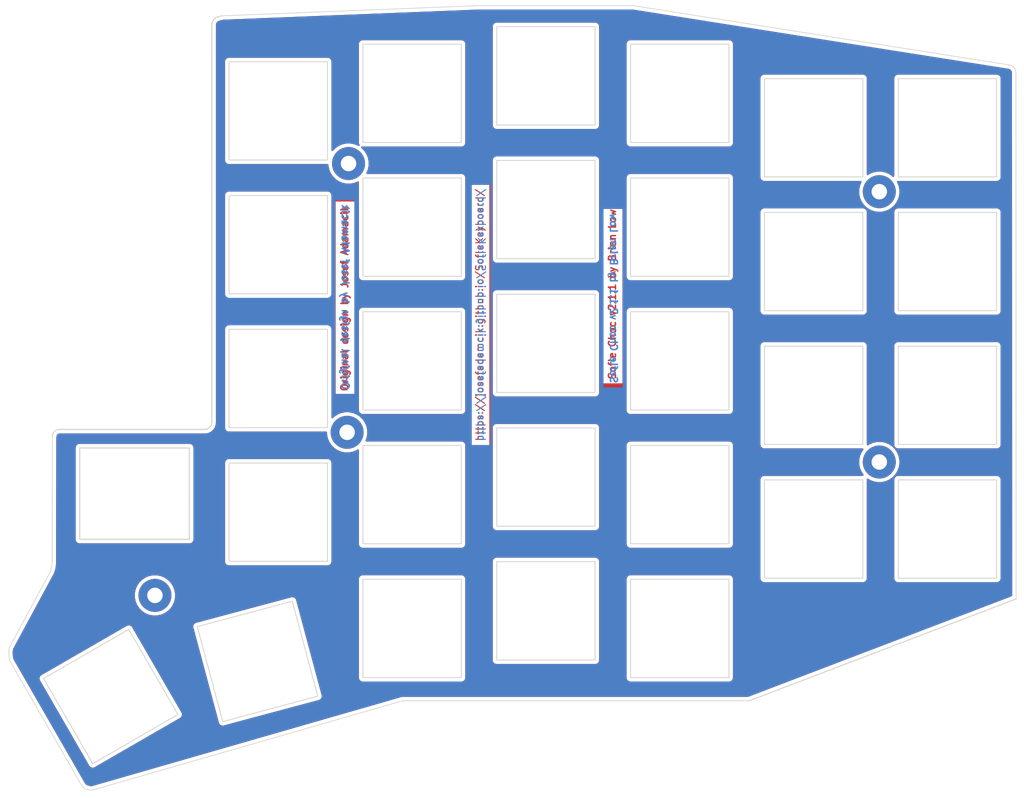
<source format=kicad_pcb>
(kicad_pcb (version 20240108) (generator "pcbnew") (generator_version "8.0")
  (layers (0 "F.Cu" signal) (31 "B.Cu" signal) (34 "B.Paste" user) (35 "F.Paste" user) (36 "B.SilkS" user "B.Silkscreen") (37 "F.SilkS" user "F.Silkscreen") (38 "B.Mask" user) (39 "F.Mask" user) (44 "Edge.Cuts" user))
  (net 0 "")
  (footprint "SofleKeyboard-footprint:HOLE_M2_TH" (layer "F.Cu") (at 207.22 63.22)
    (property "Reference" "TH4" (hide yes))
    (property "Value" "HOLE" (hide yes))
    (pad "" thru_hole circle (at -0.225 -0.275 90) (size 4.7 4.7) (drill 2.2) (layers "*.Cu" "*.Mask" "Dwgs.User") (clearance 0.3))
  )
  (footprint "SofleKeyboard-footprint:HOLE_M2_TH" (layer "F.Cu") (at 131.4278 59.0114)
    (property "Reference" "TH3" (hide yes))
    (property "Value" "HOLE" (hide yes))
    (pad "" thru_hole circle (at 0.025 -0.075 90) (size 4.7 4.7) (drill 2.2) (layers "*.Cu" "*.Mask" "Dwgs.User") (clearance 0.3))
  )
  (footprint "SofleKeyboard-footprint:HOLE_M2_TH" (layer "F.Cu") (at 207.17 101.47)
    (property "Reference" "TH6" (hide yes))
    (property "Value" "HOLE" (hide yes))
    (pad "" thru_hole circle (at -0.175 -0.025 90) (size 4.7 4.7) (drill 2.2) (layers "*.Cu" "*.Mask" "Dwgs.User") (clearance 0.3))
  )
  (footprint "SofleKeyboard-footprint:HOLE_M2_TH" (layer "F.Cu") (at 131.2778 97.2914)
    (property "Reference" "TH5" (hide yes))
    (property "Value" "HOLE" (hide yes))
    (pad "" thru_hole circle (at -0.025 -0.075 90) (size 4.7 4.7) (drill 2.2) (layers "*.Cu" "*.Mask" "Dwgs.User") (clearance 0.3))
  )
  (footprint "SofleKeyboard-footprint:HOLE_M2_TH" (layer "F.Cu") (at 103.8978 120.4414 90)
    (property "Reference" "TH7" (hide yes))
    (property "Value" "HOLE" (hide yes))
    (pad "" thru_hole circle (at 0 0 180) (size 4.7 4.7) (drill 2.2) (layers "*.Cu" "*.Mask" "Dwgs.User") (clearance 0.3))
  )
  (footprint "SofleChocTop:SW_Hole" (layer "F.Cu") (at 216.6978 53.8414)
    (property "Reference" "SW2" (hide yes))
    (property "Value" "KEY_SWITCH" (hide yes))
    (fp_line (start -7 -7) (end -7 7) (stroke (width 0.12)) (layer "Edge.Cuts"))
    (fp_line (start -7 7) (end 7 7) (stroke (width 0.12)) (layer "Edge.Cuts"))
    (fp_line (start 7 -7) (end -7 -7) (stroke (width 0.12)) (layer "Edge.Cuts"))
    (fp_line (start 7 7) (end 7 -7) (stroke (width 0.12)) (layer "Edge.Cuts"))
  )
  (footprint "SofleChocTop:SW_Hole" (layer "F.Cu") (at 197.6478 53.8414)
    (property "Reference" "SW2" (hide yes))
    (property "Value" "KEY_SWITCH" (hide yes))
    (fp_line (start -7 -7) (end -7 7) (stroke (width 0.12)) (layer "Edge.Cuts"))
    (fp_line (start -7 7) (end 7 7) (stroke (width 0.12)) (layer "Edge.Cuts"))
    (fp_line (start 7 -7) (end -7 -7) (stroke (width 0.12)) (layer "Edge.Cuts"))
    (fp_line (start 7 7) (end 7 -7) (stroke (width 0.12)) (layer "Edge.Cuts"))
  )
  (footprint "SofleChocTop:SW_Hole" (layer "F.Cu") (at 197.6478 72.8914)
    (property "Reference" "SW2" (hide yes))
    (property "Value" "KEY_SWITCH" (hide yes))
    (fp_line (start -7 -7) (end -7 7) (stroke (width 0.12)) (layer "Edge.Cuts"))
    (fp_line (start -7 7) (end 7 7) (stroke (width 0.12)) (layer "Edge.Cuts"))
    (fp_line (start 7 -7) (end -7 -7) (stroke (width 0.12)) (layer "Edge.Cuts"))
    (fp_line (start 7 7) (end 7 -7) (stroke (width 0.12)) (layer "Edge.Cuts"))
  )
  (footprint "SofleChocTop:SW_Hole" (layer "F.Cu") (at 216.6978 72.8914)
    (property "Reference" "SW2" (hide yes))
    (property "Value" "KEY_SWITCH" (hide yes))
    (fp_line (start -7 -7) (end -7 7) (stroke (width 0.12)) (layer "Edge.Cuts"))
    (fp_line (start -7 7) (end 7 7) (stroke (width 0.12)) (layer "Edge.Cuts"))
    (fp_line (start 7 -7) (end -7 -7) (stroke (width 0.12)) (layer "Edge.Cuts"))
    (fp_line (start 7 7) (end 7 -7) (stroke (width 0.12)) (layer "Edge.Cuts"))
  )
  (footprint "SofleChocTop:SW_Hole" (layer "F.Cu") (at 197.6478 91.9414)
    (property "Reference" "SW2" (hide yes))
    (property "Value" "KEY_SWITCH" (hide yes))
    (fp_line (start -7 -7) (end -7 7) (stroke (width 0.12)) (layer "Edge.Cuts"))
    (fp_line (start -7 7) (end 7 7) (stroke (width 0.12)) (layer "Edge.Cuts"))
    (fp_line (start 7 -7) (end -7 -7) (stroke (width 0.12)) (layer "Edge.Cuts"))
    (fp_line (start 7 7) (end 7 -7) (stroke (width 0.12)) (layer "Edge.Cuts"))
  )
  (footprint "SofleChocTop:SW_Hole" (layer "F.Cu") (at 216.6978 91.9414)
    (property "Reference" "SW2" (hide yes))
    (property "Value" "KEY_SWITCH" (hide yes))
    (fp_line (start -7 -7) (end -7 7) (stroke (width 0.12)) (layer "Edge.Cuts"))
    (fp_line (start -7 7) (end 7 7) (stroke (width 0.12)) (layer "Edge.Cuts"))
    (fp_line (start 7 -7) (end -7 -7) (stroke (width 0.12)) (layer "Edge.Cuts"))
    (fp_line (start 7 7) (end 7 -7) (stroke (width 0.12)) (layer "Edge.Cuts"))
  )
  (footprint "SofleChocTop:SW_Hole" (layer "F.Cu") (at 197.6478 110.9914)
    (property "Reference" "SW2" (hide yes))
    (property "Value" "KEY_SWITCH" (hide yes))
    (fp_line (start -7 -7) (end -7 7) (stroke (width 0.12)) (layer "Edge.Cuts"))
    (fp_line (start -7 7) (end 7 7) (stroke (width 0.12)) (layer "Edge.Cuts"))
    (fp_line (start 7 -7) (end -7 -7) (stroke (width 0.12)) (layer "Edge.Cuts"))
    (fp_line (start 7 7) (end 7 -7) (stroke (width 0.12)) (layer "Edge.Cuts"))
  )
  (footprint "SofleChocTop:SW_Hole" (layer "F.Cu") (at 178.5978 48.9414)
    (property "Reference" "SW2" (hide yes))
    (property "Value" "KEY_SWITCH" (hide yes))
    (fp_line (start -7 -7) (end -7 7) (stroke (width 0.12)) (layer "Edge.Cuts"))
    (fp_line (start -7 7) (end 7 7) (stroke (width 0.12)) (layer "Edge.Cuts"))
    (fp_line (start 7 -7) (end -7 -7) (stroke (width 0.12)) (layer "Edge.Cuts"))
    (fp_line (start 7 7) (end 7 -7) (stroke (width 0.12)) (layer "Edge.Cuts"))
  )
  (footprint "SofleChocTop:SW_Hole" (layer "F.Cu") (at 178.5978 67.9914)
    (property "Reference" "SW2" (hide yes))
    (property "Value" "KEY_SWITCH" (hide yes))
    (fp_line (start -7 -7) (end -7 7) (stroke (width 0.12)) (layer "Edge.Cuts"))
    (fp_line (start -7 7) (end 7 7) (stroke (width 0.12)) (layer "Edge.Cuts"))
    (fp_line (start 7 -7) (end -7 -7) (stroke (width 0.12)) (layer "Edge.Cuts"))
    (fp_line (start 7 7) (end 7 -7) (stroke (width 0.12)) (layer "Edge.Cuts"))
  )
  (footprint "SofleChocTop:SW_Hole" (layer "F.Cu") (at 178.5978 87.0414)
    (property "Reference" "SW2" (hide yes))
    (property "Value" "KEY_SWITCH" (hide yes))
    (fp_line (start -7 -7) (end -7 7) (stroke (width 0.12)) (layer "Edge.Cuts"))
    (fp_line (start -7 7) (end 7 7) (stroke (width 0.12)) (layer "Edge.Cuts"))
    (fp_line (start 7 -7) (end -7 -7) (stroke (width 0.12)) (layer "Edge.Cuts"))
    (fp_line (start 7 7) (end 7 -7) (stroke (width 0.12)) (layer "Edge.Cuts"))
  )
  (footprint "SofleChocTop:SW_Hole" (layer "F.Cu") (at 178.5978 106.0914)
    (property "Reference" "SW2" (hide yes))
    (property "Value" "KEY_SWITCH" (hide yes))
    (fp_line (start -7 -7) (end -7 7) (stroke (width 0.12)) (layer "Edge.Cuts"))
    (fp_line (start -7 7) (end 7 7) (stroke (width 0.12)) (layer "Edge.Cuts"))
    (fp_line (start 7 -7) (end -7 -7) (stroke (width 0.12)) (layer "Edge.Cuts"))
    (fp_line (start 7 7) (end 7 -7) (stroke (width 0.12)) (layer "Edge.Cuts"))
  )
  (footprint "SofleChocTop:SW_Hole" (layer "F.Cu") (at 178.5978 125.1414)
    (property "Reference" "SW2" (hide yes))
    (property "Value" "KEY_SWITCH" (hide yes))
    (fp_line (start -7 -7) (end -7 7) (stroke (width 0.12)) (layer "Edge.Cuts"))
    (fp_line (start -7 7) (end 7 7) (stroke (width 0.12)) (layer "Edge.Cuts"))
    (fp_line (start 7 -7) (end -7 -7) (stroke (width 0.12)) (layer "Edge.Cuts"))
    (fp_line (start 7 7) (end 7 -7) (stroke (width 0.12)) (layer "Edge.Cuts"))
  )
  (footprint "SofleChocTop:SW_Hole" (layer "F.Cu") (at 159.5478 46.4414)
    (property "Reference" "SW2" (hide yes))
    (property "Value" "KEY_SWITCH" (hide yes))
    (fp_line (start -7 -7) (end -7 7) (stroke (width 0.12)) (layer "Edge.Cuts"))
    (fp_line (start -7 7) (end 7 7) (stroke (width 0.12)) (layer "Edge.Cuts"))
    (fp_line (start 7 -7) (end -7 -7) (stroke (width 0.12)) (layer "Edge.Cuts"))
    (fp_line (start 7 7) (end 7 -7) (stroke (width 0.12)) (layer "Edge.Cuts"))
  )
  (footprint "SofleChocTop:SW_Hole" (layer "F.Cu") (at 159.5478 65.4914)
    (property "Reference" "SW2" (hide yes))
    (property "Value" "KEY_SWITCH" (hide yes))
    (fp_line (start -7 -7) (end -7 7) (stroke (width 0.12)) (layer "Edge.Cuts"))
    (fp_line (start -7 7) (end 7 7) (stroke (width 0.12)) (layer "Edge.Cuts"))
    (fp_line (start 7 -7) (end -7 -7) (stroke (width 0.12)) (layer "Edge.Cuts"))
    (fp_line (start 7 7) (end 7 -7) (stroke (width 0.12)) (layer "Edge.Cuts"))
  )
  (footprint "SofleChocTop:SW_Hole" (layer "F.Cu") (at 159.5478 84.5414)
    (property "Reference" "SW2" (hide yes))
    (property "Value" "KEY_SWITCH" (hide yes))
    (fp_line (start -7 -7) (end -7 7) (stroke (width 0.12)) (layer "Edge.Cuts"))
    (fp_line (start -7 7) (end 7 7) (stroke (width 0.12)) (layer "Edge.Cuts"))
    (fp_line (start 7 -7) (end -7 -7) (stroke (width 0.12)) (layer "Edge.Cuts"))
    (fp_line (start 7 7) (end 7 -7) (stroke (width 0.12)) (layer "Edge.Cuts"))
  )
  (footprint "SofleChocTop:SW_Hole" (layer "F.Cu") (at 159.5478 103.5914)
    (property "Reference" "SW2" (hide yes))
    (property "Value" "KEY_SWITCH" (hide yes))
    (fp_line (start -7 -7) (end -7 7) (stroke (width 0.12)) (layer "Edge.Cuts"))
    (fp_line (start -7 7) (end 7 7) (stroke (width 0.12)) (layer "Edge.Cuts"))
    (fp_line (start 7 -7) (end -7 -7) (stroke (width 0.12)) (layer "Edge.Cuts"))
    (fp_line (start 7 7) (end 7 -7) (stroke (width 0.12)) (layer "Edge.Cuts"))
  )
  (footprint "SofleChocTop:SW_Hole" (layer "F.Cu") (at 159.5478 122.6414)
    (property "Reference" "SW2" (hide yes))
    (property "Value" "KEY_SWITCH" (hide yes))
    (fp_line (start -7 -7) (end -7 7) (stroke (width 0.12)) (layer "Edge.Cuts"))
    (fp_line (start -7 7) (end 7 7) (stroke (width 0.12)) (layer "Edge.Cuts"))
    (fp_line (start 7 -7) (end -7 -7) (stroke (width 0.12)) (layer "Edge.Cuts"))
    (fp_line (start 7 7) (end 7 -7) (stroke (width 0.12)) (layer "Edge.Cuts"))
  )
  (footprint "SofleChocTop:SW_Hole" (layer "F.Cu") (at 140.4978 48.9414)
    (property "Reference" "SW2" (hide yes))
    (property "Value" "KEY_SWITCH" (hide yes))
    (fp_line (start -7 -7) (end -7 7) (stroke (width 0.12)) (layer "Edge.Cuts"))
    (fp_line (start -7 7) (end 7 7) (stroke (width 0.12)) (layer "Edge.Cuts"))
    (fp_line (start 7 -7) (end -7 -7) (stroke (width 0.12)) (layer "Edge.Cuts"))
    (fp_line (start 7 7) (end 7 -7) (stroke (width 0.12)) (layer "Edge.Cuts"))
  )
  (footprint "SofleChocTop:SW_Hole" (layer "F.Cu") (at 140.4978 67.9914)
    (property "Reference" "SW2" (hide yes))
    (property "Value" "KEY_SWITCH" (hide yes))
    (fp_line (start -7 -7) (end -7 7) (stroke (width 0.12)) (layer "Edge.Cuts"))
    (fp_line (start -7 7) (end 7 7) (stroke (width 0.12)) (layer "Edge.Cuts"))
    (fp_line (start 7 -7) (end -7 -7) (stroke (width 0.12)) (layer "Edge.Cuts"))
    (fp_line (start 7 7) (end 7 -7) (stroke (width 0.12)) (layer "Edge.Cuts"))
  )
  (footprint "SofleChocTop:SW_Hole" (layer "F.Cu") (at 140.4978 87.0414)
    (property "Reference" "SW2" (hide yes))
    (property "Value" "KEY_SWITCH" (hide yes))
    (fp_line (start -7 -7) (end -7 7) (stroke (width 0.12)) (layer "Edge.Cuts"))
    (fp_line (start -7 7) (end 7 7) (stroke (width 0.12)) (layer "Edge.Cuts"))
    (fp_line (start 7 -7) (end -7 -7) (stroke (width 0.12)) (layer "Edge.Cuts"))
    (fp_line (start 7 7) (end 7 -7) (stroke (width 0.12)) (layer "Edge.Cuts"))
  )
  (footprint "SofleChocTop:SW_Hole" (layer "F.Cu") (at 140.4978 106.0914)
    (property "Reference" "SW2" (hide yes))
    (property "Value" "KEY_SWITCH" (hide yes))
    (fp_line (start -7 -7) (end -7 7) (stroke (width 0.12)) (layer "Edge.Cuts"))
    (fp_line (start -7 7) (end 7 7) (stroke (width 0.12)) (layer "Edge.Cuts"))
    (fp_line (start 7 -7) (end -7 -7) (stroke (width 0.12)) (layer "Edge.Cuts"))
    (fp_line (start 7 7) (end 7 -7) (stroke (width 0.12)) (layer "Edge.Cuts"))
  )
  (footprint "SofleChocTop:SW_Hole" (layer "F.Cu") (at 140.4978 125.1414)
    (property "Reference" "SW2" (hide yes))
    (property "Value" "KEY_SWITCH" (hide yes))
    (fp_line (start -7 -7) (end -7 7) (stroke (width 0.12)) (layer "Edge.Cuts"))
    (fp_line (start -7 7) (end 7 7) (stroke (width 0.12)) (layer "Edge.Cuts"))
    (fp_line (start 7 -7) (end -7 -7) (stroke (width 0.12)) (layer "Edge.Cuts"))
    (fp_line (start 7 7) (end 7 -7) (stroke (width 0.12)) (layer "Edge.Cuts"))
  )
  (footprint "SofleChocTop:SW_Hole" (layer "F.Cu") (at 121.4478 51.4414)
    (property "Reference" "SW2" (hide yes))
    (property "Value" "KEY_SWITCH" (hide yes))
    (fp_line (start -7 -7) (end -7 7) (stroke (width 0.12)) (layer "Edge.Cuts"))
    (fp_line (start -7 7) (end 7 7) (stroke (width 0.12)) (layer "Edge.Cuts"))
    (fp_line (start 7 -7) (end -7 -7) (stroke (width 0.12)) (layer "Edge.Cuts"))
    (fp_line (start 7 7) (end 7 -7) (stroke (width 0.12)) (layer "Edge.Cuts"))
  )
  (footprint "SofleChocTop:SW_Hole" (layer "F.Cu") (at 121.4478 70.4914)
    (property "Reference" "SW2" (hide yes))
    (property "Value" "KEY_SWITCH" (hide yes))
    (fp_line (start -7 -7) (end -7 7) (stroke (width 0.12)) (layer "Edge.Cuts"))
    (fp_line (start -7 7) (end 7 7) (stroke (width 0.12)) (layer "Edge.Cuts"))
    (fp_line (start 7 -7) (end -7 -7) (stroke (width 0.12)) (layer "Edge.Cuts"))
    (fp_line (start 7 7) (end 7 -7) (stroke (width 0.12)) (layer "Edge.Cuts"))
  )
  (footprint "SofleChocTop:SW_Hole" (layer "F.Cu") (at 121.4478 89.5414)
    (property "Reference" "SW2" (hide yes))
    (property "Value" "KEY_SWITCH" (hide yes))
    (fp_line (start -7 -7) (end -7 7) (stroke (width 0.12)) (layer "Edge.Cuts"))
    (fp_line (start -7 7) (end 7 7) (stroke (width 0.12)) (layer "Edge.Cuts"))
    (fp_line (start 7 -7) (end -7 -7) (stroke (width 0.12)) (layer "Edge.Cuts"))
    (fp_line (start 7 7) (end 7 -7) (stroke (width 0.12)) (layer "Edge.Cuts"))
  )
  (footprint "SofleChocTop:SW_Hole" (layer "F.Cu") (at 121.4478 108.5914)
    (property "Reference" "SW2" (hide yes))
    (property "Value" "KEY_SWITCH" (hide yes))
    (fp_line (start -7 -7) (end -7 7) (stroke (width 0.12)) (layer "Edge.Cuts"))
    (fp_line (start -7 7) (end 7 7) (stroke (width 0.12)) (layer "Edge.Cuts"))
    (fp_line (start 7 -7) (end -7 -7) (stroke (width 0.12)) (layer "Edge.Cuts"))
    (fp_line (start 7 7) (end 7 -7) (stroke (width 0.12)) (layer "Edge.Cuts"))
  )
  (footprint "SofleChocTop:SW_Hole" (layer "F.Cu") (at 118.4978 129.8414 -165)
    (property "Reference" "SW2" (hide yes))
    (property "Value" "KEY_SWITCH" (hide yes))
    (fp_line (start 7 7) (end 7 -7) (stroke (width 0.12)) (layer "Edge.Cuts"))
    (fp_line (start 7 -7) (end -7 -7) (stroke (width 0.12)) (layer "Edge.Cuts"))
    (fp_line (start -7 7) (end 7 7) (stroke (width 0.12)) (layer "Edge.Cuts"))
    (fp_line (start -7 -7) (end -7 7) (stroke (width 0.12)) (layer "Edge.Cuts"))
  )
  (footprint "SofleChocTop:SW_Hole" (layer "F.Cu") (at 97.6078 134.8414 120)
    (property "Reference" "SW2" (hide yes))
    (property "Value" "KEY_SWITCH" (hide yes))
    (fp_line (start 7 -7) (end -7 -7) (stroke (width 0.12)) (layer "Edge.Cuts"))
    (fp_line (start -7 -7) (end -7 7) (stroke (width 0.12)) (layer "Edge.Cuts"))
    (fp_line (start 7 7) (end 7 -7) (stroke (width 0.12)) (layer "Edge.Cuts"))
    (fp_line (start -7 7) (end 7 7) (stroke (width 0.12)) (layer "Edge.Cuts"))
  )
  (footprint "SofleChocTop:SW_Hole" (layer "F.Cu") (at 216.6978 110.9914)
    (property "Reference" "SW2" (hide yes))
    (property "Value" "KEY_SWITCH" (hide yes))
    (fp_line (start -7 -7) (end -7 7) (stroke (width 0.12)) (layer "Edge.Cuts"))
    (fp_line (start -7 7) (end 7 7) (stroke (width 0.12)) (layer "Edge.Cuts"))
    (fp_line (start 7 -7) (end -7 -7) (stroke (width 0.12)) (layer "Edge.Cuts"))
    (fp_line (start 7 7) (end 7 -7) (stroke (width 0.12)) (layer "Edge.Cuts"))
  )
  (gr_line (start 108.795 112.445) (end 108.795 106.445) (stroke (width 0.15)) (layer "Edge.Cuts"))
  (gr_line (start 226.278881 45.442807) (end 226.365281 45.623672) (stroke (width 0.1)) (layer "Edge.Cuts"))
  (gr_line (start 93.545 147.645) (end 83.295 129.845) (stroke (width 0.1)) (layer "Edge.Cuts"))
  (gr_line (start 171.945 36.445) (end 225.470441 44.890146) (stroke (width 0.1)) (layer "Edge.Cuts"))
  (gr_line (start 89.270257 115.845) (end 89.195 116.495) (stroke (width 0.1)) (layer "Edge.Cuts"))
  (gr_line (start 94.345 148.095) (end 94.895 148.195) (stroke (width 0.1)) (layer "Edge.Cuts"))
  (gr_line (start 83.145 129.345) (end 83.095 128.745) (stroke (width 0.1)) (layer "Edge.Cuts"))
  (gr_line (start 93.895 147.945) (end 94.345 148.095) (stroke (width 0.1)) (layer "Edge.Cuts"))
  (gr_line (start 225.672111 44.941776) (end 225.856871 45.026466) (stroke (width 0.1)) (layer "Edge.Cuts"))
  (gr_line (start 226.465181 120.945) (end 188.495 135.445) (stroke (width 0.15)) (layer "Edge.Cuts"))
  (gr_line (start 89.195 116.495) (end 88.995 117.095) (stroke (width 0.1)) (layer "Edge.Cuts"))
  (gr_line (start 83.095 128.745) (end 83.095 128.345) (stroke (width 0.1)) (layer "Edge.Cuts"))
  (gr_line (start 93.545 147.645) (end 93.895 147.945) (stroke (width 0.1)) (layer "Edge.Cuts"))
  (gr_line (start 225.470441 44.890146) (end 225.672111 44.941776) (stroke (width 0.1)) (layer "Edge.Cuts"))
  (gr_line (start 226.438181 46.026902) (end 226.465181 120.945) (stroke (width 0.1)) (layer "Edge.Cuts"))
  (gr_line (start 226.419381 45.819571) (end 226.438181 46.026902) (stroke (width 0.1)) (layer "Edge.Cuts"))
  (gr_line (start 83.195 127.845) (end 88.995 117.095) (stroke (width 0.1)) (layer "Edge.Cuts"))
  (gr_line (start 226.365281 45.623672) (end 226.419381 45.819571) (stroke (width 0.1)) (layer "Edge.Cuts"))
  (gr_line (start 149.995 36.445) (end 113.395 37.9) (stroke (width 0.1)) (layer "Edge.Cuts"))
  (gr_line (start 139.149128 135.445) (end 188.495 135.445) (stroke (width 0.1)) (layer "Edge.Cuts"))
  (gr_line (start 83.295 129.845) (end 83.145 129.345) (stroke (width 0.1)) (layer "Edge.Cuts"))
  (gr_line (start 83.095 128.345) (end 83.195 127.845) (stroke (width 0.1)) (layer "Edge.Cuts"))
  (gr_line (start 139.149128 135.445) (end 94.895 148.195) (stroke (width 0.1)) (layer "Edge.Cuts"))
  (gr_line (start 226.021621 45.1406) (end 226.163321 45.280582) (stroke (width 0.1)) (layer "Edge.Cuts"))
  (gr_line (start 149.995 36.445) (end 171.945 36.445) (stroke (width 0.1)) (layer "Edge.Cuts"))
  (gr_line (start 226.163321 45.280582) (end 226.278881 45.442807) (stroke (width 0.1)) (layer "Edge.Cuts"))
  (gr_line (start 89.270257 115.845) (end 89.3 97.8) (stroke (width 0.1)) (layer "Edge.Cuts"))
  (gr_line (start 225.856871 45.026466) (end 226.021621 45.1406) (stroke (width 0.1)) (layer "Edge.Cuts"))
  (gr_line (start 108.795 99.445) (end 93.195 99.445) (stroke (width 0.15)) (layer "Edge.Cuts"))
  (gr_arc (start 89.3 97.8) (mid 89.592893 97.092893) (end 90.3 96.8) (stroke (width 0.15)) (layer "Edge.Cuts"))
  (gr_line (start 90.3 96.8) (end 110.995 96.8) (stroke (width 0.15)) (layer "Edge.Cuts"))
  (gr_line (start 93.195 99.445) (end 93.195 112.445) (stroke (width 0.15)) (layer "Edge.Cuts"))
  (gr_line (start 112.095 38.7) (end 112.295 38.4) (stroke (width 0.15)) (layer "Edge.Cuts"))
  (gr_line (start 112.995 38) (end 113.395 37.9) (stroke (width 0.15)) (layer "Edge.Cuts"))
  (gr_line (start 108.795 106.445) (end 108.795 99.445) (stroke (width 0.15)) (layer "Edge.Cuts"))
  (gr_line (start 111.995 39.045) (end 112.095 38.7) (stroke (width 0.15)) (layer "Edge.Cuts"))
  (gr_line (start 112.695 38.1) (end 112.995 38) (stroke (width 0.15)) (layer "Edge.Cuts"))
  (gr_arc (start 111.995 95.8) (mid 111.702107 96.507107) (end 110.995 96.8) (stroke (width 0.15)) (layer "Edge.Cuts"))
  (gr_line (start 93.195 112.445) (end 108.795 112.445) (stroke (width 0.15)) (layer "Edge.Cuts"))
  (gr_line (start 112.495 38.2) (end 112.695 38.1) (stroke (width 0.15)) (layer "Edge.Cuts"))
  (gr_line (start 111.995 95.8) (end 111.995 39.045) (stroke (width 0.15)) (layer "Edge.Cuts"))
  (gr_line (start 112.295 38.4) (end 112.495 38.2) (stroke (width 0.15)) (layer "Edge.Cuts"))
  (gr_text "https://josefadamcik.github.io/SofleKeyboard/" (at 150.095 80.5 90) (layer "F.Cu") (effects (font (size 1 1))))
  (gr_text "Original design by Josef Adamacik" (at 130.895 78.1414 90) (layer "F.Cu") (effects (font (size 1 1) (thickness 0.2))))
  (gr_text "Sofle Choc v2.1.1 by Brian Low" (at 168.993 77.5375 90) (layer "F.Cu") (effects (font (size 1 1) (thickness 0.2))))
  (gr_text "https://josefadamcik.github.io/SofleKeyboard/" (at 150.395 80.5 270) (layer "B.Cu") (effects (font (size 1 1)) (justify mirror)))
  (gr_text "Original design by Josef Adamacik" (at 130.995 77.9314 -90) (layer "B.Cu") (effects (font (size 1 1) (thickness 0.2)) (justify mirror)))
  (gr_text "Sofle Choc v2.1.1 by Brian Low" (at 169.1835 78.109 -90) (layer "B.Cu") (effects (font (size 1 1) (thickness 0.2)) (justify mirror)))
  (zone (net 0) (net_name "") (layer "F.Cu") (connect_pads (clearance 0.508)) (min_thickness 0.254) (fill yes (thermal_gap 0.508) (thermal_bridge_width 0.508))
    (polygon (pts (xy 81.945 128.645) (xy 93.895 149.095) (xy 138.995 136.395) (xy 158.245 136.495) (xy 188.445 136.295) (xy 226.895 122.945) (xy 226.995 44.245) (xy 172.695 35.745) (xy 88.445 38.045) (xy 88.795 116.445)))
  )
  (zone (net 0) (net_name "") (layer "B.Cu") (connect_pads (clearance 0.508)) (min_thickness 0.254) (fill yes (thermal_gap 0.508) (thermal_bridge_width 0.508))
    (polygon (pts (xy 81.845 128.695) (xy 93.595 149.295) (xy 139.095 136.295) (xy 188.445 136.745) (xy 227.595 123.145) (xy 226.795 44.745) (xy 172.495 35.645) (xy 88.595 38.345) (xy 88.945 116.095)))
  )
)
</source>
